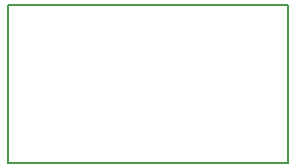
<source format=gko>
%FSLAX43Y43*%
%MOMM*%
G71*
G01*
G75*
%ADD10R,1.650X0.300*%
%ADD11C,0.254*%
%ADD12R,1.300X1.300*%
%ADD13C,1.300*%
%ADD14R,1.500X1.500*%
%ADD15C,1.270*%
%ADD16R,1.800X1.600*%
%ADD17R,1.853X0.503*%
%ADD18R,1.503X1.503*%
%ADD19C,1.503*%
%ADD20R,1.703X1.703*%
%ADD21C,1.473*%
%ADD22R,2.003X1.803*%
%ADD23C,0.200*%
D23*
X0Y0D02*
Y13375D01*
Y0D02*
X23675D01*
Y13350D01*
X0Y13375D02*
X23650D01*
X23675Y13350D01*
M02*

</source>
